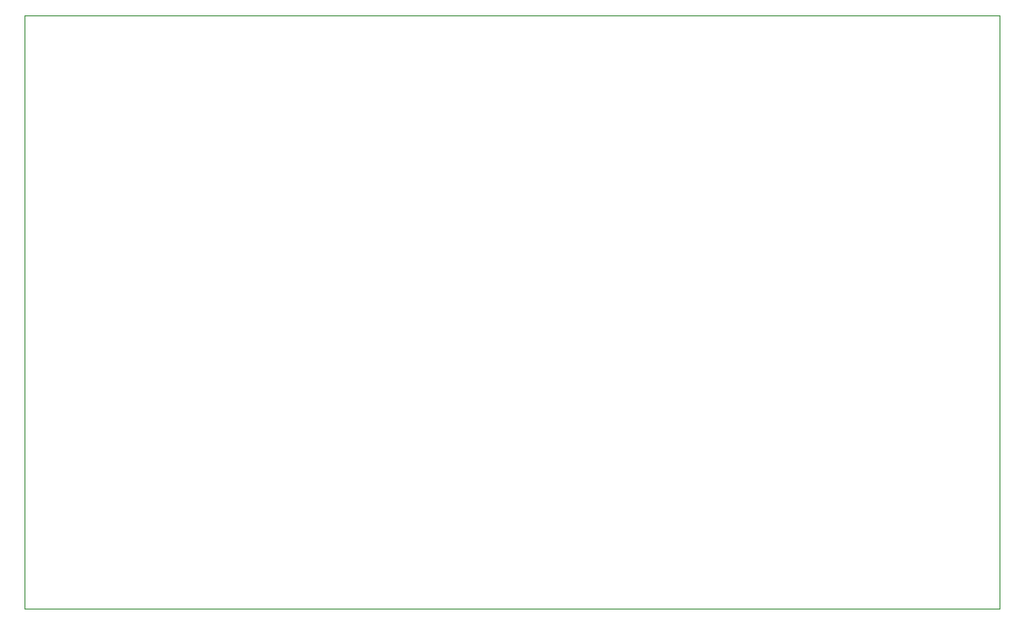
<source format=gbr>
G04 #@! TF.GenerationSoftware,KiCad,Pcbnew,(5.1.2)-2*
G04 #@! TF.CreationDate,2019-10-07T13:10:27+02:00*
G04 #@! TF.ProjectId,IR_RGB_LEDSTRIP_DRIVER,49525f52-4742-45f4-9c45-445354524950,rev?*
G04 #@! TF.SameCoordinates,Original*
G04 #@! TF.FileFunction,Profile,NP*
%FSLAX46Y46*%
G04 Gerber Fmt 4.6, Leading zero omitted, Abs format (unit mm)*
G04 Created by KiCad (PCBNEW (5.1.2)-2) date 2019-10-07 13:10:27*
%MOMM*%
%LPD*%
G04 APERTURE LIST*
%ADD10C,0.050000*%
G04 APERTURE END LIST*
D10*
X91000000Y-55500000D02*
X91000000Y0D01*
X0Y-55500000D02*
X91000000Y-55500000D01*
X0Y0D02*
X0Y-55500000D01*
X82500000Y0D02*
X91000000Y0D01*
X0Y0D02*
X82500000Y0D01*
M02*

</source>
